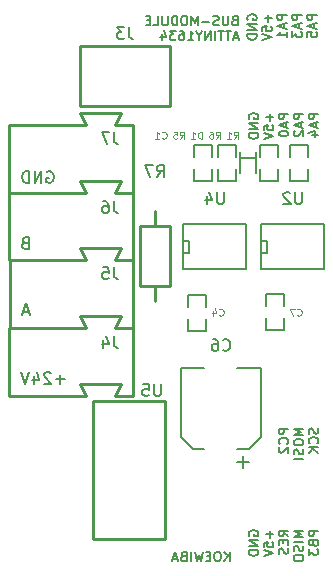
<source format=gbr>
G04 #@! TF.FileFunction,Legend,Bot*
%FSLAX46Y46*%
G04 Gerber Fmt 4.6, Leading zero omitted, Abs format (unit mm)*
G04 Created by KiCad (PCBNEW (2015-08-30 BZR 6133)-product) date Fr 30 Okt 2015 20:42:02 CET*
%MOMM*%
G01*
G04 APERTURE LIST*
%ADD10C,0.100000*%
%ADD11C,0.150000*%
%ADD12C,0.254000*%
%ADD13C,0.127000*%
%ADD14C,0.203200*%
%ADD15C,0.101600*%
G04 APERTURE END LIST*
D10*
D11*
X99192857Y-77377857D02*
X99078571Y-77415952D01*
X99040476Y-77454048D01*
X99002381Y-77530238D01*
X99002381Y-77644524D01*
X99040476Y-77720714D01*
X99078571Y-77758810D01*
X99154762Y-77796905D01*
X99459524Y-77796905D01*
X99459524Y-76996905D01*
X99192857Y-76996905D01*
X99116667Y-77035000D01*
X99078571Y-77073095D01*
X99040476Y-77149286D01*
X99040476Y-77225476D01*
X99078571Y-77301667D01*
X99116667Y-77339762D01*
X99192857Y-77377857D01*
X99459524Y-77377857D01*
X98659524Y-76996905D02*
X98659524Y-77644524D01*
X98621429Y-77720714D01*
X98583333Y-77758810D01*
X98507143Y-77796905D01*
X98354762Y-77796905D01*
X98278571Y-77758810D01*
X98240476Y-77720714D01*
X98202381Y-77644524D01*
X98202381Y-76996905D01*
X97859524Y-77758810D02*
X97745238Y-77796905D01*
X97554762Y-77796905D01*
X97478572Y-77758810D01*
X97440476Y-77720714D01*
X97402381Y-77644524D01*
X97402381Y-77568333D01*
X97440476Y-77492143D01*
X97478572Y-77454048D01*
X97554762Y-77415952D01*
X97707143Y-77377857D01*
X97783334Y-77339762D01*
X97821429Y-77301667D01*
X97859524Y-77225476D01*
X97859524Y-77149286D01*
X97821429Y-77073095D01*
X97783334Y-77035000D01*
X97707143Y-76996905D01*
X97516667Y-76996905D01*
X97402381Y-77035000D01*
X97059524Y-77492143D02*
X96450000Y-77492143D01*
X96069048Y-77796905D02*
X96069048Y-76996905D01*
X95802381Y-77568333D01*
X95535714Y-76996905D01*
X95535714Y-77796905D01*
X95002381Y-76996905D02*
X94850000Y-76996905D01*
X94773809Y-77035000D01*
X94697619Y-77111190D01*
X94659524Y-77263571D01*
X94659524Y-77530238D01*
X94697619Y-77682619D01*
X94773809Y-77758810D01*
X94850000Y-77796905D01*
X95002381Y-77796905D01*
X95078571Y-77758810D01*
X95154762Y-77682619D01*
X95192857Y-77530238D01*
X95192857Y-77263571D01*
X95154762Y-77111190D01*
X95078571Y-77035000D01*
X95002381Y-76996905D01*
X94316667Y-77796905D02*
X94316667Y-76996905D01*
X94126191Y-76996905D01*
X94011905Y-77035000D01*
X93935714Y-77111190D01*
X93897619Y-77187381D01*
X93859524Y-77339762D01*
X93859524Y-77454048D01*
X93897619Y-77606429D01*
X93935714Y-77682619D01*
X94011905Y-77758810D01*
X94126191Y-77796905D01*
X94316667Y-77796905D01*
X93516667Y-76996905D02*
X93516667Y-77644524D01*
X93478572Y-77720714D01*
X93440476Y-77758810D01*
X93364286Y-77796905D01*
X93211905Y-77796905D01*
X93135714Y-77758810D01*
X93097619Y-77720714D01*
X93059524Y-77644524D01*
X93059524Y-76996905D01*
X92297619Y-77796905D02*
X92678572Y-77796905D01*
X92678572Y-76996905D01*
X92030953Y-77377857D02*
X91764286Y-77377857D01*
X91650000Y-77796905D02*
X92030953Y-77796905D01*
X92030953Y-76996905D01*
X91650000Y-76996905D01*
X99497619Y-78838333D02*
X99116667Y-78838333D01*
X99573810Y-79066905D02*
X99307143Y-78266905D01*
X99040476Y-79066905D01*
X98888096Y-78266905D02*
X98430953Y-78266905D01*
X98659524Y-79066905D02*
X98659524Y-78266905D01*
X98278572Y-78266905D02*
X97821429Y-78266905D01*
X98050000Y-79066905D02*
X98050000Y-78266905D01*
X97554762Y-79066905D02*
X97554762Y-78266905D01*
X97173810Y-79066905D02*
X97173810Y-78266905D01*
X96716667Y-79066905D01*
X96716667Y-78266905D01*
X96183334Y-78685952D02*
X96183334Y-79066905D01*
X96450001Y-78266905D02*
X96183334Y-78685952D01*
X95916667Y-78266905D01*
X95230953Y-79066905D02*
X95688096Y-79066905D01*
X95459525Y-79066905D02*
X95459525Y-78266905D01*
X95535715Y-78381190D01*
X95611906Y-78457381D01*
X95688096Y-78495476D01*
X94545239Y-78266905D02*
X94697620Y-78266905D01*
X94773810Y-78305000D01*
X94811905Y-78343095D01*
X94888096Y-78457381D01*
X94926191Y-78609762D01*
X94926191Y-78914524D01*
X94888096Y-78990714D01*
X94850001Y-79028810D01*
X94773810Y-79066905D01*
X94621429Y-79066905D01*
X94545239Y-79028810D01*
X94507143Y-78990714D01*
X94469048Y-78914524D01*
X94469048Y-78724048D01*
X94507143Y-78647857D01*
X94545239Y-78609762D01*
X94621429Y-78571667D01*
X94773810Y-78571667D01*
X94850001Y-78609762D01*
X94888096Y-78647857D01*
X94926191Y-78724048D01*
X94202381Y-78266905D02*
X93707143Y-78266905D01*
X93973810Y-78571667D01*
X93859524Y-78571667D01*
X93783334Y-78609762D01*
X93745238Y-78647857D01*
X93707143Y-78724048D01*
X93707143Y-78914524D01*
X93745238Y-78990714D01*
X93783334Y-79028810D01*
X93859524Y-79066905D01*
X94088096Y-79066905D01*
X94164286Y-79028810D01*
X94202381Y-78990714D01*
X93021429Y-78533571D02*
X93021429Y-79066905D01*
X93211905Y-78228810D02*
X93402381Y-78800238D01*
X92907143Y-78800238D01*
X98780952Y-123181905D02*
X98780952Y-122381905D01*
X98323809Y-123181905D02*
X98666666Y-122724762D01*
X98323809Y-122381905D02*
X98780952Y-122839048D01*
X97828571Y-122381905D02*
X97676190Y-122381905D01*
X97599999Y-122420000D01*
X97523809Y-122496190D01*
X97485714Y-122648571D01*
X97485714Y-122915238D01*
X97523809Y-123067619D01*
X97599999Y-123143810D01*
X97676190Y-123181905D01*
X97828571Y-123181905D01*
X97904761Y-123143810D01*
X97980952Y-123067619D01*
X98019047Y-122915238D01*
X98019047Y-122648571D01*
X97980952Y-122496190D01*
X97904761Y-122420000D01*
X97828571Y-122381905D01*
X97142857Y-122762857D02*
X96876190Y-122762857D01*
X96761904Y-123181905D02*
X97142857Y-123181905D01*
X97142857Y-122381905D01*
X96761904Y-122381905D01*
X96495237Y-122381905D02*
X96304761Y-123181905D01*
X96152380Y-122610476D01*
X95999999Y-123181905D01*
X95809523Y-122381905D01*
X95504761Y-123181905D02*
X95504761Y-122381905D01*
X94857142Y-122762857D02*
X94742856Y-122800952D01*
X94704761Y-122839048D01*
X94666666Y-122915238D01*
X94666666Y-123029524D01*
X94704761Y-123105714D01*
X94742856Y-123143810D01*
X94819047Y-123181905D01*
X95123809Y-123181905D01*
X95123809Y-122381905D01*
X94857142Y-122381905D01*
X94780952Y-122420000D01*
X94742856Y-122458095D01*
X94704761Y-122534286D01*
X94704761Y-122610476D01*
X94742856Y-122686667D01*
X94780952Y-122724762D01*
X94857142Y-122762857D01*
X95123809Y-122762857D01*
X94361904Y-122953333D02*
X93980952Y-122953333D01*
X94438095Y-123181905D02*
X94171428Y-122381905D01*
X93904761Y-123181905D01*
X100430000Y-85707524D02*
X100391905Y-85631333D01*
X100391905Y-85517048D01*
X100430000Y-85402762D01*
X100506190Y-85326571D01*
X100582381Y-85288476D01*
X100734762Y-85250381D01*
X100849048Y-85250381D01*
X101001429Y-85288476D01*
X101077619Y-85326571D01*
X101153810Y-85402762D01*
X101191905Y-85517048D01*
X101191905Y-85593238D01*
X101153810Y-85707524D01*
X101115714Y-85745619D01*
X100849048Y-85745619D01*
X100849048Y-85593238D01*
X101191905Y-86088476D02*
X100391905Y-86088476D01*
X101191905Y-86545619D01*
X100391905Y-86545619D01*
X101191905Y-86926571D02*
X100391905Y-86926571D01*
X100391905Y-87117047D01*
X100430000Y-87231333D01*
X100506190Y-87307524D01*
X100582381Y-87345619D01*
X100734762Y-87383714D01*
X100849048Y-87383714D01*
X101001429Y-87345619D01*
X101077619Y-87307524D01*
X101153810Y-87231333D01*
X101191905Y-87117047D01*
X101191905Y-86926571D01*
X102157143Y-85288476D02*
X102157143Y-85898000D01*
X102461905Y-85593238D02*
X101852381Y-85593238D01*
X101661905Y-86659905D02*
X101661905Y-86278952D01*
X102042857Y-86240857D01*
X102004762Y-86278952D01*
X101966667Y-86355143D01*
X101966667Y-86545619D01*
X102004762Y-86621809D01*
X102042857Y-86659905D01*
X102119048Y-86698000D01*
X102309524Y-86698000D01*
X102385714Y-86659905D01*
X102423810Y-86621809D01*
X102461905Y-86545619D01*
X102461905Y-86355143D01*
X102423810Y-86278952D01*
X102385714Y-86240857D01*
X101661905Y-86926571D02*
X102461905Y-87193238D01*
X101661905Y-87459905D01*
X103731905Y-85288476D02*
X102931905Y-85288476D01*
X102931905Y-85593238D01*
X102970000Y-85669429D01*
X103008095Y-85707524D01*
X103084286Y-85745619D01*
X103198571Y-85745619D01*
X103274762Y-85707524D01*
X103312857Y-85669429D01*
X103350952Y-85593238D01*
X103350952Y-85288476D01*
X103503333Y-86050381D02*
X103503333Y-86431333D01*
X103731905Y-85974190D02*
X102931905Y-86240857D01*
X103731905Y-86507524D01*
X102931905Y-86926571D02*
X102931905Y-87002762D01*
X102970000Y-87078952D01*
X103008095Y-87117047D01*
X103084286Y-87155143D01*
X103236667Y-87193238D01*
X103427143Y-87193238D01*
X103579524Y-87155143D01*
X103655714Y-87117047D01*
X103693810Y-87078952D01*
X103731905Y-87002762D01*
X103731905Y-86926571D01*
X103693810Y-86850381D01*
X103655714Y-86812285D01*
X103579524Y-86774190D01*
X103427143Y-86736095D01*
X103236667Y-86736095D01*
X103084286Y-86774190D01*
X103008095Y-86812285D01*
X102970000Y-86850381D01*
X102931905Y-86926571D01*
X105001905Y-85288476D02*
X104201905Y-85288476D01*
X104201905Y-85593238D01*
X104240000Y-85669429D01*
X104278095Y-85707524D01*
X104354286Y-85745619D01*
X104468571Y-85745619D01*
X104544762Y-85707524D01*
X104582857Y-85669429D01*
X104620952Y-85593238D01*
X104620952Y-85288476D01*
X104773333Y-86050381D02*
X104773333Y-86431333D01*
X105001905Y-85974190D02*
X104201905Y-86240857D01*
X105001905Y-86507524D01*
X104278095Y-86736095D02*
X104240000Y-86774190D01*
X104201905Y-86850381D01*
X104201905Y-87040857D01*
X104240000Y-87117047D01*
X104278095Y-87155143D01*
X104354286Y-87193238D01*
X104430476Y-87193238D01*
X104544762Y-87155143D01*
X105001905Y-86698000D01*
X105001905Y-87193238D01*
X106271905Y-85288476D02*
X105471905Y-85288476D01*
X105471905Y-85593238D01*
X105510000Y-85669429D01*
X105548095Y-85707524D01*
X105624286Y-85745619D01*
X105738571Y-85745619D01*
X105814762Y-85707524D01*
X105852857Y-85669429D01*
X105890952Y-85593238D01*
X105890952Y-85288476D01*
X106043333Y-86050381D02*
X106043333Y-86431333D01*
X106271905Y-85974190D02*
X105471905Y-86240857D01*
X106271905Y-86507524D01*
X105738571Y-87117047D02*
X106271905Y-87117047D01*
X105433810Y-86926571D02*
X106005238Y-86736095D01*
X106005238Y-87231333D01*
X103731905Y-111958476D02*
X102931905Y-111958476D01*
X102931905Y-112263238D01*
X102970000Y-112339429D01*
X103008095Y-112377524D01*
X103084286Y-112415619D01*
X103198571Y-112415619D01*
X103274762Y-112377524D01*
X103312857Y-112339429D01*
X103350952Y-112263238D01*
X103350952Y-111958476D01*
X103655714Y-113215619D02*
X103693810Y-113177524D01*
X103731905Y-113063238D01*
X103731905Y-112987048D01*
X103693810Y-112872762D01*
X103617619Y-112796571D01*
X103541429Y-112758476D01*
X103389048Y-112720381D01*
X103274762Y-112720381D01*
X103122381Y-112758476D01*
X103046190Y-112796571D01*
X102970000Y-112872762D01*
X102931905Y-112987048D01*
X102931905Y-113063238D01*
X102970000Y-113177524D01*
X103008095Y-113215619D01*
X103008095Y-113520381D02*
X102970000Y-113558476D01*
X102931905Y-113634667D01*
X102931905Y-113825143D01*
X102970000Y-113901333D01*
X103008095Y-113939429D01*
X103084286Y-113977524D01*
X103160476Y-113977524D01*
X103274762Y-113939429D01*
X103731905Y-113482286D01*
X103731905Y-113977524D01*
X105001905Y-111958476D02*
X104201905Y-111958476D01*
X104773333Y-112225143D01*
X104201905Y-112491810D01*
X105001905Y-112491810D01*
X104201905Y-113025143D02*
X104201905Y-113177524D01*
X104240000Y-113253715D01*
X104316190Y-113329905D01*
X104468571Y-113368000D01*
X104735238Y-113368000D01*
X104887619Y-113329905D01*
X104963810Y-113253715D01*
X105001905Y-113177524D01*
X105001905Y-113025143D01*
X104963810Y-112948953D01*
X104887619Y-112872762D01*
X104735238Y-112834667D01*
X104468571Y-112834667D01*
X104316190Y-112872762D01*
X104240000Y-112948953D01*
X104201905Y-113025143D01*
X104963810Y-113672762D02*
X105001905Y-113787048D01*
X105001905Y-113977524D01*
X104963810Y-114053714D01*
X104925714Y-114091810D01*
X104849524Y-114129905D01*
X104773333Y-114129905D01*
X104697143Y-114091810D01*
X104659048Y-114053714D01*
X104620952Y-113977524D01*
X104582857Y-113825143D01*
X104544762Y-113748952D01*
X104506667Y-113710857D01*
X104430476Y-113672762D01*
X104354286Y-113672762D01*
X104278095Y-113710857D01*
X104240000Y-113748952D01*
X104201905Y-113825143D01*
X104201905Y-114015619D01*
X104240000Y-114129905D01*
X105001905Y-114472762D02*
X104201905Y-114472762D01*
X106233810Y-111920381D02*
X106271905Y-112034667D01*
X106271905Y-112225143D01*
X106233810Y-112301333D01*
X106195714Y-112339429D01*
X106119524Y-112377524D01*
X106043333Y-112377524D01*
X105967143Y-112339429D01*
X105929048Y-112301333D01*
X105890952Y-112225143D01*
X105852857Y-112072762D01*
X105814762Y-111996571D01*
X105776667Y-111958476D01*
X105700476Y-111920381D01*
X105624286Y-111920381D01*
X105548095Y-111958476D01*
X105510000Y-111996571D01*
X105471905Y-112072762D01*
X105471905Y-112263238D01*
X105510000Y-112377524D01*
X106195714Y-113177524D02*
X106233810Y-113139429D01*
X106271905Y-113025143D01*
X106271905Y-112948953D01*
X106233810Y-112834667D01*
X106157619Y-112758476D01*
X106081429Y-112720381D01*
X105929048Y-112682286D01*
X105814762Y-112682286D01*
X105662381Y-112720381D01*
X105586190Y-112758476D01*
X105510000Y-112834667D01*
X105471905Y-112948953D01*
X105471905Y-113025143D01*
X105510000Y-113139429D01*
X105548095Y-113177524D01*
X106271905Y-113520381D02*
X105471905Y-113520381D01*
X106271905Y-113977524D02*
X105814762Y-113634667D01*
X105471905Y-113977524D02*
X105929048Y-113520381D01*
X100430000Y-121013524D02*
X100391905Y-120937333D01*
X100391905Y-120823048D01*
X100430000Y-120708762D01*
X100506190Y-120632571D01*
X100582381Y-120594476D01*
X100734762Y-120556381D01*
X100849048Y-120556381D01*
X101001429Y-120594476D01*
X101077619Y-120632571D01*
X101153810Y-120708762D01*
X101191905Y-120823048D01*
X101191905Y-120899238D01*
X101153810Y-121013524D01*
X101115714Y-121051619D01*
X100849048Y-121051619D01*
X100849048Y-120899238D01*
X101191905Y-121394476D02*
X100391905Y-121394476D01*
X101191905Y-121851619D01*
X100391905Y-121851619D01*
X101191905Y-122232571D02*
X100391905Y-122232571D01*
X100391905Y-122423047D01*
X100430000Y-122537333D01*
X100506190Y-122613524D01*
X100582381Y-122651619D01*
X100734762Y-122689714D01*
X100849048Y-122689714D01*
X101001429Y-122651619D01*
X101077619Y-122613524D01*
X101153810Y-122537333D01*
X101191905Y-122423047D01*
X101191905Y-122232571D01*
X102157143Y-120594476D02*
X102157143Y-121204000D01*
X102461905Y-120899238D02*
X101852381Y-120899238D01*
X101661905Y-121965905D02*
X101661905Y-121584952D01*
X102042857Y-121546857D01*
X102004762Y-121584952D01*
X101966667Y-121661143D01*
X101966667Y-121851619D01*
X102004762Y-121927809D01*
X102042857Y-121965905D01*
X102119048Y-122004000D01*
X102309524Y-122004000D01*
X102385714Y-121965905D01*
X102423810Y-121927809D01*
X102461905Y-121851619D01*
X102461905Y-121661143D01*
X102423810Y-121584952D01*
X102385714Y-121546857D01*
X101661905Y-122232571D02*
X102461905Y-122499238D01*
X101661905Y-122765905D01*
X103731905Y-121051619D02*
X103350952Y-120784952D01*
X103731905Y-120594476D02*
X102931905Y-120594476D01*
X102931905Y-120899238D01*
X102970000Y-120975429D01*
X103008095Y-121013524D01*
X103084286Y-121051619D01*
X103198571Y-121051619D01*
X103274762Y-121013524D01*
X103312857Y-120975429D01*
X103350952Y-120899238D01*
X103350952Y-120594476D01*
X103312857Y-121394476D02*
X103312857Y-121661143D01*
X103731905Y-121775429D02*
X103731905Y-121394476D01*
X102931905Y-121394476D01*
X102931905Y-121775429D01*
X103693810Y-122080191D02*
X103731905Y-122194477D01*
X103731905Y-122384953D01*
X103693810Y-122461143D01*
X103655714Y-122499239D01*
X103579524Y-122537334D01*
X103503333Y-122537334D01*
X103427143Y-122499239D01*
X103389048Y-122461143D01*
X103350952Y-122384953D01*
X103312857Y-122232572D01*
X103274762Y-122156381D01*
X103236667Y-122118286D01*
X103160476Y-122080191D01*
X103084286Y-122080191D01*
X103008095Y-122118286D01*
X102970000Y-122156381D01*
X102931905Y-122232572D01*
X102931905Y-122423048D01*
X102970000Y-122537334D01*
X105001905Y-120594476D02*
X104201905Y-120594476D01*
X104773333Y-120861143D01*
X104201905Y-121127810D01*
X105001905Y-121127810D01*
X105001905Y-121508762D02*
X104201905Y-121508762D01*
X104963810Y-121851619D02*
X105001905Y-121965905D01*
X105001905Y-122156381D01*
X104963810Y-122232571D01*
X104925714Y-122270667D01*
X104849524Y-122308762D01*
X104773333Y-122308762D01*
X104697143Y-122270667D01*
X104659048Y-122232571D01*
X104620952Y-122156381D01*
X104582857Y-122004000D01*
X104544762Y-121927809D01*
X104506667Y-121889714D01*
X104430476Y-121851619D01*
X104354286Y-121851619D01*
X104278095Y-121889714D01*
X104240000Y-121927809D01*
X104201905Y-122004000D01*
X104201905Y-122194476D01*
X104240000Y-122308762D01*
X104201905Y-122804000D02*
X104201905Y-122956381D01*
X104240000Y-123032572D01*
X104316190Y-123108762D01*
X104468571Y-123146857D01*
X104735238Y-123146857D01*
X104887619Y-123108762D01*
X104963810Y-123032572D01*
X105001905Y-122956381D01*
X105001905Y-122804000D01*
X104963810Y-122727810D01*
X104887619Y-122651619D01*
X104735238Y-122613524D01*
X104468571Y-122613524D01*
X104316190Y-122651619D01*
X104240000Y-122727810D01*
X104201905Y-122804000D01*
X106271905Y-120594476D02*
X105471905Y-120594476D01*
X105471905Y-120899238D01*
X105510000Y-120975429D01*
X105548095Y-121013524D01*
X105624286Y-121051619D01*
X105738571Y-121051619D01*
X105814762Y-121013524D01*
X105852857Y-120975429D01*
X105890952Y-120899238D01*
X105890952Y-120594476D01*
X105852857Y-121661143D02*
X105890952Y-121775429D01*
X105929048Y-121813524D01*
X106005238Y-121851619D01*
X106119524Y-121851619D01*
X106195714Y-121813524D01*
X106233810Y-121775429D01*
X106271905Y-121699238D01*
X106271905Y-121394476D01*
X105471905Y-121394476D01*
X105471905Y-121661143D01*
X105510000Y-121737333D01*
X105548095Y-121775429D01*
X105624286Y-121813524D01*
X105700476Y-121813524D01*
X105776667Y-121775429D01*
X105814762Y-121737333D01*
X105852857Y-121661143D01*
X105852857Y-121394476D01*
X105471905Y-122118286D02*
X105471905Y-122613524D01*
X105776667Y-122346857D01*
X105776667Y-122461143D01*
X105814762Y-122537333D01*
X105852857Y-122575429D01*
X105929048Y-122613524D01*
X106119524Y-122613524D01*
X106195714Y-122575429D01*
X106233810Y-122537333D01*
X106271905Y-122461143D01*
X106271905Y-122232571D01*
X106233810Y-122156381D01*
X106195714Y-122118286D01*
X100303000Y-77325524D02*
X100264905Y-77249333D01*
X100264905Y-77135048D01*
X100303000Y-77020762D01*
X100379190Y-76944571D01*
X100455381Y-76906476D01*
X100607762Y-76868381D01*
X100722048Y-76868381D01*
X100874429Y-76906476D01*
X100950619Y-76944571D01*
X101026810Y-77020762D01*
X101064905Y-77135048D01*
X101064905Y-77211238D01*
X101026810Y-77325524D01*
X100988714Y-77363619D01*
X100722048Y-77363619D01*
X100722048Y-77211238D01*
X101064905Y-77706476D02*
X100264905Y-77706476D01*
X101064905Y-78163619D01*
X100264905Y-78163619D01*
X101064905Y-78544571D02*
X100264905Y-78544571D01*
X100264905Y-78735047D01*
X100303000Y-78849333D01*
X100379190Y-78925524D01*
X100455381Y-78963619D01*
X100607762Y-79001714D01*
X100722048Y-79001714D01*
X100874429Y-78963619D01*
X100950619Y-78925524D01*
X101026810Y-78849333D01*
X101064905Y-78735047D01*
X101064905Y-78544571D01*
X102030143Y-76906476D02*
X102030143Y-77516000D01*
X102334905Y-77211238D02*
X101725381Y-77211238D01*
X101534905Y-78277905D02*
X101534905Y-77896952D01*
X101915857Y-77858857D01*
X101877762Y-77896952D01*
X101839667Y-77973143D01*
X101839667Y-78163619D01*
X101877762Y-78239809D01*
X101915857Y-78277905D01*
X101992048Y-78316000D01*
X102182524Y-78316000D01*
X102258714Y-78277905D01*
X102296810Y-78239809D01*
X102334905Y-78163619D01*
X102334905Y-77973143D01*
X102296810Y-77896952D01*
X102258714Y-77858857D01*
X101534905Y-78544571D02*
X102334905Y-78811238D01*
X101534905Y-79077905D01*
X103604905Y-76906476D02*
X102804905Y-76906476D01*
X102804905Y-77211238D01*
X102843000Y-77287429D01*
X102881095Y-77325524D01*
X102957286Y-77363619D01*
X103071571Y-77363619D01*
X103147762Y-77325524D01*
X103185857Y-77287429D01*
X103223952Y-77211238D01*
X103223952Y-76906476D01*
X103376333Y-77668381D02*
X103376333Y-78049333D01*
X103604905Y-77592190D02*
X102804905Y-77858857D01*
X103604905Y-78125524D01*
X103604905Y-78811238D02*
X103604905Y-78354095D01*
X103604905Y-78582666D02*
X102804905Y-78582666D01*
X102919190Y-78506476D01*
X102995381Y-78430285D01*
X103033476Y-78354095D01*
X104874905Y-76906476D02*
X104074905Y-76906476D01*
X104074905Y-77211238D01*
X104113000Y-77287429D01*
X104151095Y-77325524D01*
X104227286Y-77363619D01*
X104341571Y-77363619D01*
X104417762Y-77325524D01*
X104455857Y-77287429D01*
X104493952Y-77211238D01*
X104493952Y-76906476D01*
X104646333Y-77668381D02*
X104646333Y-78049333D01*
X104874905Y-77592190D02*
X104074905Y-77858857D01*
X104874905Y-78125524D01*
X104074905Y-78316000D02*
X104074905Y-78811238D01*
X104379667Y-78544571D01*
X104379667Y-78658857D01*
X104417762Y-78735047D01*
X104455857Y-78773143D01*
X104532048Y-78811238D01*
X104722524Y-78811238D01*
X104798714Y-78773143D01*
X104836810Y-78735047D01*
X104874905Y-78658857D01*
X104874905Y-78430285D01*
X104836810Y-78354095D01*
X104798714Y-78316000D01*
X106144905Y-76906476D02*
X105344905Y-76906476D01*
X105344905Y-77211238D01*
X105383000Y-77287429D01*
X105421095Y-77325524D01*
X105497286Y-77363619D01*
X105611571Y-77363619D01*
X105687762Y-77325524D01*
X105725857Y-77287429D01*
X105763952Y-77211238D01*
X105763952Y-76906476D01*
X105916333Y-77668381D02*
X105916333Y-78049333D01*
X106144905Y-77592190D02*
X105344905Y-77858857D01*
X106144905Y-78125524D01*
X105344905Y-78773143D02*
X105344905Y-78392190D01*
X105725857Y-78354095D01*
X105687762Y-78392190D01*
X105649667Y-78468381D01*
X105649667Y-78658857D01*
X105687762Y-78735047D01*
X105725857Y-78773143D01*
X105802048Y-78811238D01*
X105992524Y-78811238D01*
X106068714Y-78773143D01*
X106106810Y-78735047D01*
X106144905Y-78658857D01*
X106144905Y-78468381D01*
X106106810Y-78392190D01*
X106068714Y-78354095D01*
X84811905Y-107775429D02*
X84050000Y-107775429D01*
X84430952Y-108156381D02*
X84430952Y-107394476D01*
X83621429Y-107251619D02*
X83573810Y-107204000D01*
X83478572Y-107156381D01*
X83240476Y-107156381D01*
X83145238Y-107204000D01*
X83097619Y-107251619D01*
X83050000Y-107346857D01*
X83050000Y-107442095D01*
X83097619Y-107584952D01*
X83669048Y-108156381D01*
X83050000Y-108156381D01*
X82192857Y-107489714D02*
X82192857Y-108156381D01*
X82430953Y-107108762D02*
X82669048Y-107823048D01*
X82050000Y-107823048D01*
X81811905Y-107156381D02*
X81478572Y-108156381D01*
X81145238Y-107156381D01*
X81764095Y-102028667D02*
X81287904Y-102028667D01*
X81859333Y-102314381D02*
X81526000Y-101314381D01*
X81192666Y-102314381D01*
X81454571Y-96202571D02*
X81311714Y-96250190D01*
X81264095Y-96297810D01*
X81216476Y-96393048D01*
X81216476Y-96535905D01*
X81264095Y-96631143D01*
X81311714Y-96678762D01*
X81406952Y-96726381D01*
X81787905Y-96726381D01*
X81787905Y-95726381D01*
X81454571Y-95726381D01*
X81359333Y-95774000D01*
X81311714Y-95821619D01*
X81264095Y-95916857D01*
X81264095Y-96012095D01*
X81311714Y-96107333D01*
X81359333Y-96154952D01*
X81454571Y-96202571D01*
X81787905Y-96202571D01*
X83303904Y-90186000D02*
X83399142Y-90138381D01*
X83541999Y-90138381D01*
X83684857Y-90186000D01*
X83780095Y-90281238D01*
X83827714Y-90376476D01*
X83875333Y-90566952D01*
X83875333Y-90709810D01*
X83827714Y-90900286D01*
X83780095Y-90995524D01*
X83684857Y-91090762D01*
X83541999Y-91138381D01*
X83446761Y-91138381D01*
X83303904Y-91090762D01*
X83256285Y-91043143D01*
X83256285Y-90709810D01*
X83446761Y-90709810D01*
X82827714Y-91138381D02*
X82827714Y-90138381D01*
X82256285Y-91138381D01*
X82256285Y-90138381D01*
X81780095Y-91138381D02*
X81780095Y-90138381D01*
X81542000Y-90138381D01*
X81399142Y-90186000D01*
X81303904Y-90281238D01*
X81256285Y-90376476D01*
X81208666Y-90566952D01*
X81208666Y-90709810D01*
X81256285Y-90900286D01*
X81303904Y-90995524D01*
X81399142Y-91090762D01*
X81542000Y-91138381D01*
X81780095Y-91138381D01*
D12*
X80129000Y-91956000D02*
X86580600Y-91956000D01*
X90593800Y-91956000D02*
X89095200Y-91956000D01*
X80129000Y-97696400D02*
X86580600Y-97696400D01*
X90593800Y-97696400D02*
X89095200Y-97696400D01*
X89095200Y-91956000D02*
X89603200Y-90940000D01*
X89603200Y-90940000D02*
X86072600Y-90940000D01*
X86072600Y-90940000D02*
X86580600Y-91956000D01*
X89095200Y-97696400D02*
X89603200Y-96680400D01*
X89603200Y-96680400D02*
X86072600Y-96680400D01*
X86072600Y-96680400D02*
X86580600Y-97696400D01*
X90593800Y-97696400D02*
X90593800Y-91956000D01*
X80129000Y-91956000D02*
X80129000Y-97696400D01*
X80135200Y-97696400D02*
X86586800Y-97696400D01*
X90600000Y-97696400D02*
X89101400Y-97696400D01*
X80135200Y-103436800D02*
X86586800Y-103436800D01*
X90600000Y-103436800D02*
X89101400Y-103436800D01*
X89101400Y-97696400D02*
X89609400Y-96680400D01*
X89609400Y-96680400D02*
X86078800Y-96680400D01*
X86078800Y-96680400D02*
X86586800Y-97696400D01*
X89101400Y-103436800D02*
X89609400Y-102420800D01*
X89609400Y-102420800D02*
X86078800Y-102420800D01*
X86078800Y-102420800D02*
X86586800Y-103436800D01*
X90600000Y-103436800D02*
X90600000Y-97696400D01*
X80135200Y-97696400D02*
X80135200Y-103436800D01*
X80129000Y-103436800D02*
X86580600Y-103436800D01*
X90593800Y-103436800D02*
X89095200Y-103436800D01*
X80129000Y-109177200D02*
X86580600Y-109177200D01*
X90593800Y-109177200D02*
X89095200Y-109177200D01*
X89095200Y-103436800D02*
X89603200Y-102420800D01*
X89603200Y-102420800D02*
X86072600Y-102420800D01*
X86072600Y-102420800D02*
X86580600Y-103436800D01*
X89095200Y-109177200D02*
X89603200Y-108161200D01*
X89603200Y-108161200D02*
X86072600Y-108161200D01*
X86072600Y-108161200D02*
X86580600Y-109177200D01*
X90593800Y-109177200D02*
X90593800Y-103436800D01*
X80129000Y-103436800D02*
X80129000Y-109177200D01*
X93718000Y-79510000D02*
X86098000Y-79510000D01*
X86098000Y-79510000D02*
X86098000Y-84590000D01*
X86098000Y-84590000D02*
X93718000Y-84590000D01*
X93718000Y-84590000D02*
X93718000Y-79510000D01*
D13*
X97274000Y-88908000D02*
X97274000Y-87892000D01*
X97274000Y-87892000D02*
X95750000Y-87892000D01*
X95750000Y-87892000D02*
X95750000Y-88908000D01*
X95750000Y-89924000D02*
X95750000Y-90940000D01*
X95750000Y-90940000D02*
X97274000Y-90940000D01*
X97274000Y-90940000D02*
X97274000Y-89924000D01*
X105402000Y-88908000D02*
X105402000Y-87892000D01*
X105402000Y-87892000D02*
X103878000Y-87892000D01*
X103878000Y-87892000D02*
X103878000Y-88908000D01*
X103878000Y-89924000D02*
X103878000Y-90940000D01*
X103878000Y-90940000D02*
X105402000Y-90940000D01*
X105402000Y-90940000D02*
X105402000Y-89924000D01*
X99306000Y-88908000D02*
X99306000Y-87892000D01*
X99306000Y-87892000D02*
X97782000Y-87892000D01*
X97782000Y-87892000D02*
X97782000Y-88908000D01*
X97782000Y-89924000D02*
X97782000Y-90940000D01*
X97782000Y-90940000D02*
X99306000Y-90940000D01*
X99306000Y-90940000D02*
X99306000Y-89924000D01*
X102862000Y-88908000D02*
X102862000Y-87892000D01*
X102862000Y-87892000D02*
X101338000Y-87892000D01*
X101338000Y-87892000D02*
X101338000Y-88908000D01*
X101338000Y-89924000D02*
X101338000Y-90940000D01*
X101338000Y-90940000D02*
X102862000Y-90940000D01*
X102862000Y-90940000D02*
X102862000Y-89924000D01*
D12*
X92448000Y-99830000D02*
X92448000Y-101100000D01*
X93718000Y-94750000D02*
X91178000Y-94750000D01*
X91178000Y-94750000D02*
X91178000Y-99830000D01*
X91178000Y-99830000D02*
X93718000Y-99830000D01*
X93718000Y-99830000D02*
X93718000Y-94750000D01*
X93718000Y-94750000D02*
X92448000Y-94750000D01*
X92448000Y-94750000D02*
X92448000Y-93480000D01*
D14*
X94861000Y-94750000D02*
X94861000Y-94623000D01*
X94861000Y-94623000D02*
X100195000Y-94623000D01*
X100195000Y-98433000D02*
X94861000Y-98433000D01*
X94861000Y-98433000D02*
X94861000Y-94750000D01*
X94861000Y-97036000D02*
X95369000Y-97036000D01*
X95369000Y-97036000D02*
X95369000Y-96020000D01*
X95369000Y-96020000D02*
X94861000Y-96020000D01*
X100195000Y-98433000D02*
X100195000Y-94623000D01*
D13*
X96766000Y-101608000D02*
X96766000Y-100592000D01*
X96766000Y-100592000D02*
X95242000Y-100592000D01*
X95242000Y-100592000D02*
X95242000Y-101608000D01*
X95242000Y-102624000D02*
X95242000Y-103640000D01*
X95242000Y-103640000D02*
X96766000Y-103640000D01*
X96766000Y-103640000D02*
X96766000Y-102624000D01*
X101846000Y-102560500D02*
X101846000Y-103576500D01*
X101846000Y-103576500D02*
X103370000Y-103576500D01*
X103370000Y-103576500D02*
X103370000Y-102560500D01*
X103370000Y-101544500D02*
X103370000Y-100528500D01*
X103370000Y-100528500D02*
X101846000Y-100528500D01*
X101846000Y-100528500D02*
X101846000Y-101544500D01*
D12*
X80129000Y-86215600D02*
X86580600Y-86215600D01*
X90593800Y-86215600D02*
X89095200Y-86215600D01*
X80129000Y-91956000D02*
X86580600Y-91956000D01*
X90593800Y-91956000D02*
X89095200Y-91956000D01*
X89095200Y-86215600D02*
X89603200Y-85199600D01*
X89603200Y-85199600D02*
X86072600Y-85199600D01*
X86072600Y-85199600D02*
X86580600Y-86215600D01*
X89095200Y-91956000D02*
X89603200Y-90940000D01*
X89603200Y-90940000D02*
X86072600Y-90940000D01*
X86072600Y-90940000D02*
X86580600Y-91956000D01*
X90593800Y-91956000D02*
X90593800Y-86215600D01*
X80129000Y-86215600D02*
X80129000Y-91956000D01*
X87164800Y-121318400D02*
X87164800Y-109634400D01*
X87164800Y-109634400D02*
X93260800Y-109634400D01*
X93260800Y-109634400D02*
X93260800Y-121318400D01*
X93260800Y-121318400D02*
X87164800Y-121318400D01*
D14*
X99935920Y-114244500D02*
X99935920Y-115245260D01*
X99435540Y-114744880D02*
X100436300Y-114744880D01*
X99435540Y-113645060D02*
X100436300Y-113645060D01*
X100436300Y-113645060D02*
X101437060Y-112644300D01*
X101437060Y-112644300D02*
X101437060Y-106842940D01*
X95635700Y-113645060D02*
X96636460Y-113645060D01*
X94634940Y-112644300D02*
X94634940Y-106842940D01*
X95635700Y-113645060D02*
X94634940Y-112644300D01*
X96636460Y-106842940D02*
X94634940Y-106842940D01*
X101437060Y-106842940D02*
X99435540Y-106842940D01*
X101465000Y-94750000D02*
X101465000Y-94623000D01*
X101465000Y-94623000D02*
X106799000Y-94623000D01*
X106799000Y-98433000D02*
X101465000Y-98433000D01*
X101465000Y-98433000D02*
X101465000Y-94750000D01*
X101465000Y-97036000D02*
X101973000Y-97036000D01*
X101973000Y-97036000D02*
X101973000Y-96020000D01*
X101973000Y-96020000D02*
X101465000Y-96020000D01*
X106799000Y-98433000D02*
X106799000Y-94623000D01*
D13*
X100997640Y-89065480D02*
X99646360Y-89065480D01*
X100997640Y-90315160D02*
X100997640Y-88516840D01*
X99646360Y-88516840D02*
X99646360Y-90315160D01*
D11*
X88971333Y-92678381D02*
X88971333Y-93392667D01*
X89018953Y-93535524D01*
X89114191Y-93630762D01*
X89257048Y-93678381D01*
X89352286Y-93678381D01*
X88066571Y-92678381D02*
X88257048Y-92678381D01*
X88352286Y-92726000D01*
X88399905Y-92773619D01*
X88495143Y-92916476D01*
X88542762Y-93106952D01*
X88542762Y-93487905D01*
X88495143Y-93583143D01*
X88447524Y-93630762D01*
X88352286Y-93678381D01*
X88161809Y-93678381D01*
X88066571Y-93630762D01*
X88018952Y-93583143D01*
X87971333Y-93487905D01*
X87971333Y-93249810D01*
X88018952Y-93154571D01*
X88066571Y-93106952D01*
X88161809Y-93059333D01*
X88352286Y-93059333D01*
X88447524Y-93106952D01*
X88495143Y-93154571D01*
X88542762Y-93249810D01*
X88971333Y-98266381D02*
X88971333Y-98980667D01*
X89018953Y-99123524D01*
X89114191Y-99218762D01*
X89257048Y-99266381D01*
X89352286Y-99266381D01*
X88018952Y-98266381D02*
X88495143Y-98266381D01*
X88542762Y-98742571D01*
X88495143Y-98694952D01*
X88399905Y-98647333D01*
X88161809Y-98647333D01*
X88066571Y-98694952D01*
X88018952Y-98742571D01*
X87971333Y-98837810D01*
X87971333Y-99075905D01*
X88018952Y-99171143D01*
X88066571Y-99218762D01*
X88161809Y-99266381D01*
X88399905Y-99266381D01*
X88495143Y-99218762D01*
X88542762Y-99171143D01*
X88971333Y-104108381D02*
X88971333Y-104822667D01*
X89018953Y-104965524D01*
X89114191Y-105060762D01*
X89257048Y-105108381D01*
X89352286Y-105108381D01*
X88066571Y-104441714D02*
X88066571Y-105108381D01*
X88304667Y-104060762D02*
X88542762Y-104775048D01*
X87923714Y-104775048D01*
X90241333Y-77946381D02*
X90241333Y-78660667D01*
X90288953Y-78803524D01*
X90384191Y-78898762D01*
X90527048Y-78946381D01*
X90622286Y-78946381D01*
X89860381Y-77946381D02*
X89241333Y-77946381D01*
X89574667Y-78327333D01*
X89431809Y-78327333D01*
X89336571Y-78374952D01*
X89288952Y-78422571D01*
X89241333Y-78517810D01*
X89241333Y-78755905D01*
X89288952Y-78851143D01*
X89336571Y-78898762D01*
X89431809Y-78946381D01*
X89717524Y-78946381D01*
X89812762Y-78898762D01*
X89860381Y-78851143D01*
D15*
X93057599Y-87347714D02*
X93086628Y-87376743D01*
X93173714Y-87405771D01*
X93231771Y-87405771D01*
X93318856Y-87376743D01*
X93376914Y-87318686D01*
X93405942Y-87260629D01*
X93434971Y-87144514D01*
X93434971Y-87057429D01*
X93405942Y-86941314D01*
X93376914Y-86883257D01*
X93318856Y-86825200D01*
X93231771Y-86796171D01*
X93173714Y-86796171D01*
X93086628Y-86825200D01*
X93057599Y-86854229D01*
X92477028Y-87405771D02*
X92825371Y-87405771D01*
X92651199Y-87405771D02*
X92651199Y-86796171D01*
X92709256Y-86883257D01*
X92767314Y-86941314D01*
X92825371Y-86970343D01*
X99153599Y-87405771D02*
X99356799Y-87115486D01*
X99501942Y-87405771D02*
X99501942Y-86796171D01*
X99269714Y-86796171D01*
X99211656Y-86825200D01*
X99182628Y-86854229D01*
X99153599Y-86912286D01*
X99153599Y-86999371D01*
X99182628Y-87057429D01*
X99211656Y-87086457D01*
X99269714Y-87115486D01*
X99501942Y-87115486D01*
X98573028Y-87405771D02*
X98921371Y-87405771D01*
X98747199Y-87405771D02*
X98747199Y-86796171D01*
X98805256Y-86883257D01*
X98863314Y-86941314D01*
X98921371Y-86970343D01*
X94581599Y-87405771D02*
X94784799Y-87115486D01*
X94929942Y-87405771D02*
X94929942Y-86796171D01*
X94697714Y-86796171D01*
X94639656Y-86825200D01*
X94610628Y-86854229D01*
X94581599Y-86912286D01*
X94581599Y-86999371D01*
X94610628Y-87057429D01*
X94639656Y-87086457D01*
X94697714Y-87115486D01*
X94929942Y-87115486D01*
X94030056Y-86796171D02*
X94320342Y-86796171D01*
X94349371Y-87086457D01*
X94320342Y-87057429D01*
X94262285Y-87028400D01*
X94117142Y-87028400D01*
X94059085Y-87057429D01*
X94030056Y-87086457D01*
X94001028Y-87144514D01*
X94001028Y-87289657D01*
X94030056Y-87347714D01*
X94059085Y-87376743D01*
X94117142Y-87405771D01*
X94262285Y-87405771D01*
X94320342Y-87376743D01*
X94349371Y-87347714D01*
X97629599Y-87405771D02*
X97832799Y-87115486D01*
X97977942Y-87405771D02*
X97977942Y-86796171D01*
X97745714Y-86796171D01*
X97687656Y-86825200D01*
X97658628Y-86854229D01*
X97629599Y-86912286D01*
X97629599Y-86999371D01*
X97658628Y-87057429D01*
X97687656Y-87086457D01*
X97745714Y-87115486D01*
X97977942Y-87115486D01*
X97107085Y-86796171D02*
X97223199Y-86796171D01*
X97281256Y-86825200D01*
X97310285Y-86854229D01*
X97368342Y-86941314D01*
X97397371Y-87057429D01*
X97397371Y-87289657D01*
X97368342Y-87347714D01*
X97339314Y-87376743D01*
X97281256Y-87405771D01*
X97165142Y-87405771D01*
X97107085Y-87376743D01*
X97078056Y-87347714D01*
X97049028Y-87289657D01*
X97049028Y-87144514D01*
X97078056Y-87086457D01*
X97107085Y-87057429D01*
X97165142Y-87028400D01*
X97281256Y-87028400D01*
X97339314Y-87057429D01*
X97368342Y-87086457D01*
X97397371Y-87144514D01*
D11*
X92614666Y-90630381D02*
X92948000Y-90154190D01*
X93186095Y-90630381D02*
X93186095Y-89630381D01*
X92805142Y-89630381D01*
X92709904Y-89678000D01*
X92662285Y-89725619D01*
X92614666Y-89820857D01*
X92614666Y-89963714D01*
X92662285Y-90058952D01*
X92709904Y-90106571D01*
X92805142Y-90154190D01*
X93186095Y-90154190D01*
X92281333Y-89630381D02*
X91614666Y-89630381D01*
X92043238Y-90630381D01*
X98289905Y-91916381D02*
X98289905Y-92725905D01*
X98242286Y-92821143D01*
X98194667Y-92868762D01*
X98099429Y-92916381D01*
X97908952Y-92916381D01*
X97813714Y-92868762D01*
X97766095Y-92821143D01*
X97718476Y-92725905D01*
X97718476Y-91916381D01*
X96813714Y-92249714D02*
X96813714Y-92916381D01*
X97051810Y-91868762D02*
X97289905Y-92583048D01*
X96670857Y-92583048D01*
D15*
X97883599Y-102333714D02*
X97912628Y-102362743D01*
X97999714Y-102391771D01*
X98057771Y-102391771D01*
X98144856Y-102362743D01*
X98202914Y-102304686D01*
X98231942Y-102246629D01*
X98260971Y-102130514D01*
X98260971Y-102043429D01*
X98231942Y-101927314D01*
X98202914Y-101869257D01*
X98144856Y-101811200D01*
X98057771Y-101782171D01*
X97999714Y-101782171D01*
X97912628Y-101811200D01*
X97883599Y-101840229D01*
X97361085Y-101985371D02*
X97361085Y-102391771D01*
X97506228Y-101753143D02*
X97651371Y-102188571D01*
X97273999Y-102188571D01*
X104487599Y-102333714D02*
X104516628Y-102362743D01*
X104603714Y-102391771D01*
X104661771Y-102391771D01*
X104748856Y-102362743D01*
X104806914Y-102304686D01*
X104835942Y-102246629D01*
X104864971Y-102130514D01*
X104864971Y-102043429D01*
X104835942Y-101927314D01*
X104806914Y-101869257D01*
X104748856Y-101811200D01*
X104661771Y-101782171D01*
X104603714Y-101782171D01*
X104516628Y-101811200D01*
X104487599Y-101840229D01*
X104284399Y-101782171D02*
X103877999Y-101782171D01*
X104139256Y-102391771D01*
D11*
X88971333Y-86836381D02*
X88971333Y-87550667D01*
X89018953Y-87693524D01*
X89114191Y-87788762D01*
X89257048Y-87836381D01*
X89352286Y-87836381D01*
X88590381Y-86836381D02*
X87923714Y-86836381D01*
X88352286Y-87836381D01*
X92955905Y-108172381D02*
X92955905Y-108981905D01*
X92908286Y-109077143D01*
X92860667Y-109124762D01*
X92765429Y-109172381D01*
X92574952Y-109172381D01*
X92479714Y-109124762D01*
X92432095Y-109077143D01*
X92384476Y-108981905D01*
X92384476Y-108172381D01*
X91432095Y-108172381D02*
X91908286Y-108172381D01*
X91955905Y-108648571D01*
X91908286Y-108600952D01*
X91813048Y-108553333D01*
X91574952Y-108553333D01*
X91479714Y-108600952D01*
X91432095Y-108648571D01*
X91384476Y-108743810D01*
X91384476Y-108981905D01*
X91432095Y-109077143D01*
X91479714Y-109124762D01*
X91574952Y-109172381D01*
X91813048Y-109172381D01*
X91908286Y-109124762D01*
X91955905Y-109077143D01*
X98202666Y-105267143D02*
X98250285Y-105314762D01*
X98393142Y-105362381D01*
X98488380Y-105362381D01*
X98631238Y-105314762D01*
X98726476Y-105219524D01*
X98774095Y-105124286D01*
X98821714Y-104933810D01*
X98821714Y-104790952D01*
X98774095Y-104600476D01*
X98726476Y-104505238D01*
X98631238Y-104410000D01*
X98488380Y-104362381D01*
X98393142Y-104362381D01*
X98250285Y-104410000D01*
X98202666Y-104457619D01*
X97345523Y-104362381D02*
X97536000Y-104362381D01*
X97631238Y-104410000D01*
X97678857Y-104457619D01*
X97774095Y-104600476D01*
X97821714Y-104790952D01*
X97821714Y-105171905D01*
X97774095Y-105267143D01*
X97726476Y-105314762D01*
X97631238Y-105362381D01*
X97440761Y-105362381D01*
X97345523Y-105314762D01*
X97297904Y-105267143D01*
X97250285Y-105171905D01*
X97250285Y-104933810D01*
X97297904Y-104838571D01*
X97345523Y-104790952D01*
X97440761Y-104743333D01*
X97631238Y-104743333D01*
X97726476Y-104790952D01*
X97774095Y-104838571D01*
X97821714Y-104933810D01*
X104893905Y-91916381D02*
X104893905Y-92725905D01*
X104846286Y-92821143D01*
X104798667Y-92868762D01*
X104703429Y-92916381D01*
X104512952Y-92916381D01*
X104417714Y-92868762D01*
X104370095Y-92821143D01*
X104322476Y-92725905D01*
X104322476Y-91916381D01*
X103893905Y-92011619D02*
X103846286Y-91964000D01*
X103751048Y-91916381D01*
X103512952Y-91916381D01*
X103417714Y-91964000D01*
X103370095Y-92011619D01*
X103322476Y-92106857D01*
X103322476Y-92202095D01*
X103370095Y-92344952D01*
X103941524Y-92916381D01*
X103322476Y-92916381D01*
D15*
X96453942Y-87405771D02*
X96453942Y-86796171D01*
X96308799Y-86796171D01*
X96221714Y-86825200D01*
X96163656Y-86883257D01*
X96134628Y-86941314D01*
X96105599Y-87057429D01*
X96105599Y-87144514D01*
X96134628Y-87260629D01*
X96163656Y-87318686D01*
X96221714Y-87376743D01*
X96308799Y-87405771D01*
X96453942Y-87405771D01*
X95525028Y-87405771D02*
X95873371Y-87405771D01*
X95699199Y-87405771D02*
X95699199Y-86796171D01*
X95757256Y-86883257D01*
X95815314Y-86941314D01*
X95873371Y-86970343D01*
M02*

</source>
